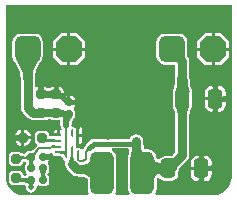
<source format=gbr>
%TF.GenerationSoftware,Altium Limited,Altium Designer,23.9.2 (47)*%
G04 Layer_Physical_Order=1*
G04 Layer_Color=255*
%FSLAX45Y45*%
%MOMM*%
%TF.SameCoordinates,14EE52A8-4136-4093-BC95-9A2147CF655B*%
%TF.FilePolarity,Positive*%
%TF.FileFunction,Copper,L1,Top,Signal*%
%TF.Part,Single*%
G01*
G75*
%TA.AperFunction,SMDPad,CuDef*%
G04:AMPARAMS|DCode=10|XSize=0.2mm|YSize=0.65mm|CornerRadius=0.05mm|HoleSize=0mm|Usage=FLASHONLY|Rotation=180.000|XOffset=0mm|YOffset=0mm|HoleType=Round|Shape=RoundedRectangle|*
%AMROUNDEDRECTD10*
21,1,0.20000,0.55000,0,0,180.0*
21,1,0.10000,0.65000,0,0,180.0*
1,1,0.10000,-0.05000,0.27500*
1,1,0.10000,0.05000,0.27500*
1,1,0.10000,0.05000,-0.27500*
1,1,0.10000,-0.05000,-0.27500*
%
%ADD10ROUNDEDRECTD10*%
G04:AMPARAMS|DCode=11|XSize=0.2mm|YSize=1mm|CornerRadius=0.05mm|HoleSize=0mm|Usage=FLASHONLY|Rotation=180.000|XOffset=0mm|YOffset=0mm|HoleType=Round|Shape=RoundedRectangle|*
%AMROUNDEDRECTD11*
21,1,0.20000,0.90000,0,0,180.0*
21,1,0.10000,1.00000,0,0,180.0*
1,1,0.10000,-0.05000,0.45000*
1,1,0.10000,0.05000,0.45000*
1,1,0.10000,0.05000,-0.45000*
1,1,0.10000,-0.05000,-0.45000*
%
%ADD11ROUNDEDRECTD11*%
G04:AMPARAMS|DCode=12|XSize=0.22mm|YSize=0.55mm|CornerRadius=0.055mm|HoleSize=0mm|Usage=FLASHONLY|Rotation=90.000|XOffset=0mm|YOffset=0mm|HoleType=Round|Shape=RoundedRectangle|*
%AMROUNDEDRECTD12*
21,1,0.22000,0.44000,0,0,90.0*
21,1,0.11000,0.55000,0,0,90.0*
1,1,0.11000,0.22000,0.05500*
1,1,0.11000,0.22000,-0.05500*
1,1,0.11000,-0.22000,-0.05500*
1,1,0.11000,-0.22000,0.05500*
%
%ADD12ROUNDEDRECTD12*%
G04:AMPARAMS|DCode=13|XSize=0.6mm|YSize=0.6mm|CornerRadius=0.15mm|HoleSize=0mm|Usage=FLASHONLY|Rotation=90.000|XOffset=0mm|YOffset=0mm|HoleType=Round|Shape=RoundedRectangle|*
%AMROUNDEDRECTD13*
21,1,0.60000,0.30000,0,0,90.0*
21,1,0.30000,0.60000,0,0,90.0*
1,1,0.30000,0.15000,0.15000*
1,1,0.30000,0.15000,-0.15000*
1,1,0.30000,-0.15000,-0.15000*
1,1,0.30000,-0.15000,0.15000*
%
%ADD13ROUNDEDRECTD13*%
G04:AMPARAMS|DCode=14|XSize=3.6mm|YSize=2mm|CornerRadius=0.5mm|HoleSize=0mm|Usage=FLASHONLY|Rotation=90.000|XOffset=0mm|YOffset=0mm|HoleType=Round|Shape=RoundedRectangle|*
%AMROUNDEDRECTD14*
21,1,3.60000,1.00000,0,0,90.0*
21,1,2.60000,2.00000,0,0,90.0*
1,1,1.00000,0.50000,1.30000*
1,1,1.00000,0.50000,-1.30000*
1,1,1.00000,-0.50000,-1.30000*
1,1,1.00000,-0.50000,1.30000*
%
%ADD14ROUNDEDRECTD14*%
G04:AMPARAMS|DCode=15|XSize=0.8mm|YSize=0.8mm|CornerRadius=0.2mm|HoleSize=0mm|Usage=FLASHONLY|Rotation=90.000|XOffset=0mm|YOffset=0mm|HoleType=Round|Shape=RoundedRectangle|*
%AMROUNDEDRECTD15*
21,1,0.80000,0.40000,0,0,90.0*
21,1,0.40000,0.80000,0,0,90.0*
1,1,0.40000,0.20000,0.20000*
1,1,0.40000,0.20000,-0.20000*
1,1,0.40000,-0.20000,-0.20000*
1,1,0.40000,-0.20000,0.20000*
%
%ADD15ROUNDEDRECTD15*%
G04:AMPARAMS|DCode=16|XSize=1.65mm|YSize=1.25mm|CornerRadius=0.3125mm|HoleSize=0mm|Usage=FLASHONLY|Rotation=270.000|XOffset=0mm|YOffset=0mm|HoleType=Round|Shape=RoundedRectangle|*
%AMROUNDEDRECTD16*
21,1,1.65000,0.62500,0,0,270.0*
21,1,1.02500,1.25000,0,0,270.0*
1,1,0.62500,-0.31250,-0.51250*
1,1,0.62500,-0.31250,0.51250*
1,1,0.62500,0.31250,0.51250*
1,1,0.62500,0.31250,-0.51250*
%
%ADD16ROUNDEDRECTD16*%
G04:AMPARAMS|DCode=17|XSize=0.8mm|YSize=0.8mm|CornerRadius=0.2mm|HoleSize=0mm|Usage=FLASHONLY|Rotation=0.000|XOffset=0mm|YOffset=0mm|HoleType=Round|Shape=RoundedRectangle|*
%AMROUNDEDRECTD17*
21,1,0.80000,0.40000,0,0,0.0*
21,1,0.40000,0.80000,0,0,0.0*
1,1,0.40000,0.20000,-0.20000*
1,1,0.40000,-0.20000,-0.20000*
1,1,0.40000,-0.20000,0.20000*
1,1,0.40000,0.20000,0.20000*
%
%ADD17ROUNDEDRECTD17*%
G04:AMPARAMS|DCode=18|XSize=0.6mm|YSize=0.6mm|CornerRadius=0.15mm|HoleSize=0mm|Usage=FLASHONLY|Rotation=0.000|XOffset=0mm|YOffset=0mm|HoleType=Round|Shape=RoundedRectangle|*
%AMROUNDEDRECTD18*
21,1,0.60000,0.30000,0,0,0.0*
21,1,0.30000,0.60000,0,0,0.0*
1,1,0.30000,0.15000,-0.15000*
1,1,0.30000,-0.15000,-0.15000*
1,1,0.30000,-0.15000,0.15000*
1,1,0.30000,0.15000,0.15000*
%
%ADD18ROUNDEDRECTD18*%
%TA.AperFunction,Conductor*%
%ADD19C,0.40000*%
%ADD20C,0.75000*%
%ADD21C,0.50000*%
%ADD22C,0.30000*%
%ADD23C,0.20000*%
%ADD24C,0.60000*%
%TA.AperFunction,ComponentPad*%
G04:AMPARAMS|DCode=25|XSize=2.2mm|YSize=2.2mm|CornerRadius=0mm|HoleSize=0mm|Usage=FLASHONLY|Rotation=180.000|XOffset=0mm|YOffset=0mm|HoleType=Round|Shape=Octagon|*
%AMOCTAGOND25*
4,1,8,-1.10000,0.55000,-1.10000,-0.55000,-0.55000,-1.10000,0.55000,-1.10000,1.10000,-0.55000,1.10000,0.55000,0.55000,1.10000,-0.55000,1.10000,-1.10000,0.55000,0.0*
%
%ADD25OCTAGOND25*%

G04:AMPARAMS|DCode=26|XSize=2.2mm|YSize=2.2mm|CornerRadius=0.55mm|HoleSize=0mm|Usage=FLASHONLY|Rotation=180.000|XOffset=0mm|YOffset=0mm|HoleType=Round|Shape=RoundedRectangle|*
%AMROUNDEDRECTD26*
21,1,2.20000,1.10000,0,0,180.0*
21,1,1.10000,2.20000,0,0,180.0*
1,1,1.10000,-0.55000,0.55000*
1,1,1.10000,0.55000,0.55000*
1,1,1.10000,0.55000,-0.55000*
1,1,1.10000,-0.55000,-0.55000*
%
%ADD26ROUNDEDRECTD26*%
%TA.AperFunction,ViaPad*%
%ADD27C,0.50000*%
G36*
X320373Y1180329D02*
X309276Y1163092D01*
X299485Y1145706D01*
X290998Y1128171D01*
X283818Y1110487D01*
X277943Y1092654D01*
X273374Y1074672D01*
X270110Y1056541D01*
X268152Y1038262D01*
X267499Y1019833D01*
X192499D01*
X191846Y1038262D01*
X189888Y1056541D01*
X186624Y1074672D01*
X182055Y1092654D01*
X176180Y1110487D01*
X169000Y1128171D01*
X160514Y1145706D01*
X150722Y1163092D01*
X139625Y1180329D01*
X127223Y1197416D01*
X332775D01*
X320373Y1180329D01*
D02*
G37*
G36*
X1577739Y1069286D02*
X1583475Y991254D01*
X1586104Y974592D01*
X1592795Y944683D01*
X1596858Y931437D01*
X1601399Y919328D01*
X1478601D01*
X1483142Y931437D01*
X1487205Y944683D01*
X1490789Y959069D01*
X1496525Y991254D01*
X1498676Y1009055D01*
X1502261Y1069286D01*
X1502500Y1091639D01*
X1577500D01*
X1577739Y1069286D01*
D02*
G37*
G36*
X442315Y770406D02*
X452864Y770085D01*
X470000Y770000D01*
Y710000D01*
X452864Y709914D01*
X442315Y709301D01*
Y701447D01*
X438988Y703072D01*
X434127Y704526D01*
X427731Y705809D01*
X419801Y706921D01*
X412247Y707552D01*
X382269Y705809D01*
X375873Y704526D01*
X371012Y703072D01*
X367685Y701447D01*
Y709594D01*
X357136Y709914D01*
X340000Y710000D01*
Y770000D01*
X357136Y770085D01*
X367685Y770699D01*
Y778552D01*
X371012Y776927D01*
X375873Y775473D01*
X382269Y774190D01*
X390199Y773079D01*
X397753Y772447D01*
X427731Y774190D01*
X434127Y775473D01*
X438988Y776927D01*
X442315Y778552D01*
Y770406D01*
D02*
G37*
G36*
X1594332Y787138D02*
X1590799Y779952D01*
X1587682Y771587D01*
X1584981Y762042D01*
X1582695Y751318D01*
X1580825Y739413D01*
X1578331Y712066D01*
X1577500Y680000D01*
X1502500D01*
X1502292Y696623D01*
X1499175Y739413D01*
X1497305Y751318D01*
X1495019Y762042D01*
X1492318Y771587D01*
X1489200Y779952D01*
X1485668Y787138D01*
X1481719Y793144D01*
X1598281D01*
X1594332Y787138D01*
D02*
G37*
G36*
X503976Y774673D02*
X510628Y771203D01*
X517643Y768141D01*
X525018Y765487D01*
X532755Y763241D01*
X540854Y761404D01*
X549314Y759975D01*
X567318Y758342D01*
X576863Y758137D01*
Y709883D01*
X605595Y704406D01*
X600579Y700494D01*
X596091Y695817D01*
X592132Y690373D01*
X588700Y684162D01*
X585796Y677186D01*
X583420Y669442D01*
X581572Y660932D01*
X580252Y651656D01*
X579460Y641613D01*
X579196Y630804D01*
X529197D01*
X529405Y665643D01*
X531918Y706206D01*
X509016Y704859D01*
X504056Y703856D01*
X500279Y702718D01*
X497685Y701447D01*
Y707850D01*
X490639Y708068D01*
X476862Y708138D01*
Y758137D01*
X497685Y758315D01*
Y778552D01*
X503976Y774673D01*
D02*
G37*
G36*
X565082Y595000D02*
X544918D01*
X545000Y630000D01*
X565000D01*
X565082Y595000D01*
D02*
G37*
G36*
X389180Y531200D02*
X389612Y527800D01*
X391072Y524800D01*
X393560Y522200D01*
X397076Y520000D01*
X401621Y518200D01*
X407194Y516800D01*
X413795Y515800D01*
X421424Y515200D01*
X426198Y515090D01*
X465500Y516123D01*
Y493877D01*
X464585Y494090D01*
X462924Y494281D01*
X457365Y494596D01*
X422849Y495000D01*
X415348Y494965D01*
X381199Y492727D01*
X379095Y492123D01*
X377685Y491448D01*
X389776Y535000D01*
X389180Y531200D01*
D02*
G37*
G36*
X565000Y464802D02*
X545000D01*
X544918Y505001D01*
X565082D01*
X565000Y464802D01*
D02*
G37*
G36*
X465500Y443877D02*
X464707Y444090D01*
X463413Y444281D01*
X461617Y444450D01*
X449416Y444899D01*
X435000Y445000D01*
Y465000D01*
X465500Y466123D01*
Y443877D01*
D02*
G37*
G36*
X565082Y420000D02*
X546319D01*
X546199Y415071D01*
X552211Y415000D01*
Y395000D01*
X545706Y394829D01*
X545223Y375000D01*
X544907Y378800D01*
X543767Y382200D01*
X541800Y385200D01*
X539008Y387800D01*
X535390Y390000D01*
X530947Y391800D01*
X525678Y393200D01*
X519888Y394150D01*
X509500Y393877D01*
Y394882D01*
X504918Y395000D01*
Y415000D01*
X509500Y415055D01*
Y416123D01*
X510415Y415910D01*
X512076Y415719D01*
X517000Y415440D01*
X529762Y416375D01*
X534255Y417149D01*
X538060Y418094D01*
X541178Y419211D01*
X543608Y420500D01*
X544921Y421601D01*
X545000Y460198D01*
X565000D01*
X565082Y420000D01*
D02*
G37*
G36*
X752390Y420143D02*
X750479Y419771D01*
X748429Y419100D01*
X746242Y418128D01*
X743916Y416856D01*
X741453Y415285D01*
X738853Y413414D01*
X733238Y408771D01*
X730223Y406000D01*
X727071Y402929D01*
X712929Y417071D01*
X716000Y420223D01*
X723414Y428853D01*
X725285Y431453D01*
X726857Y433916D01*
X728128Y436241D01*
X729100Y438429D01*
X729771Y440478D01*
X730143Y442390D01*
X752390Y420143D01*
D02*
G37*
G36*
X318128Y413985D02*
X310204Y405782D01*
X297743Y391083D01*
X293205Y384586D01*
X289796Y378659D01*
X287515Y373300D01*
X286363Y368511D01*
X286340Y364291D01*
X287445Y360639D01*
X289678Y357557D01*
X247557Y399678D01*
X250639Y397444D01*
X254291Y396339D01*
X258511Y396363D01*
X263300Y397515D01*
X268659Y399796D01*
X274586Y403205D01*
X281083Y407743D01*
X288148Y413409D01*
X303986Y428128D01*
X318128Y413985D01*
D02*
G37*
G36*
X1187799Y481197D02*
X1190191Y450134D01*
X1192285Y437875D01*
X1194977Y427796D01*
X1198266Y419900D01*
X1202154Y414184D01*
X1206640Y410649D01*
X1211725Y409296D01*
X1217407Y410124D01*
X1101584Y372973D01*
X1103658Y378987D01*
X1105513Y386487D01*
X1107151Y395474D01*
X1109771Y417906D01*
X1111517Y446285D01*
X1112500Y500000D01*
X1187500D01*
X1187799Y481197D01*
D02*
G37*
G36*
X237944Y349266D02*
X288843D01*
X285263Y343698D01*
X279233Y332990D01*
X276784Y327850D01*
X273745Y319909D01*
X274711Y317146D01*
X276784Y312149D01*
X282059Y301728D01*
X285263Y296302D01*
X288843Y290734D01*
X231158D01*
X234738Y296302D01*
X240767Y307010D01*
X243217Y312149D01*
X246255Y320091D01*
X245290Y322854D01*
X243217Y327850D01*
X237941Y338272D01*
X234820Y343558D01*
X233102Y344341D01*
X229365Y345667D01*
X225194Y346817D01*
X220586Y347789D01*
X210064Y349204D01*
X204149Y349646D01*
X200863Y349735D01*
X194254Y349203D01*
X187797Y348205D01*
X182310Y346810D01*
X177795Y345015D01*
X174251Y342822D01*
X171677Y340229D01*
X170075Y337238D01*
X169443Y333848D01*
X169782Y330060D01*
X157685Y388552D01*
X163207Y385027D01*
X174062Y379091D01*
X179395Y376679D01*
X184666Y374638D01*
X189875Y372969D01*
X195020Y371670D01*
X200103Y370742D01*
X202253Y370504D01*
X205924Y370798D01*
X212443Y371795D01*
X218006Y373191D01*
X222613Y374985D01*
X226265Y377179D01*
X228960Y379771D01*
X230700Y382762D01*
X231483Y386152D01*
X231311Y389941D01*
X237944Y349266D01*
D02*
G37*
G36*
X1566517Y353483D02*
X1548541Y335176D01*
X1497839Y276510D01*
X1490463Y265484D01*
X1485206Y255915D01*
X1482070Y247802D01*
X1481054Y241145D01*
X1482157Y235944D01*
X1425944Y352157D01*
X1428766Y348675D01*
X1432907Y347175D01*
X1438365Y347657D01*
X1445142Y350120D01*
X1453237Y354565D01*
X1462650Y360992D01*
X1473381Y369401D01*
X1498798Y392163D01*
X1513483Y406517D01*
X1566517Y353483D01*
D02*
G37*
G36*
X615174Y398268D02*
X617785Y368127D01*
X619352Y359766D01*
X621266Y352246D01*
X623529Y345570D01*
X626140Y339736D01*
X629099Y334745D01*
X632406Y330596D01*
X615012D01*
X615000Y324802D01*
X595000D01*
X594988Y330596D01*
X577594D01*
X580901Y334745D01*
X583860Y339736D01*
X586471Y345570D01*
X588734Y352246D01*
X590649Y359766D01*
X592215Y368127D01*
X593434Y377331D01*
X594826Y398268D01*
X595000Y410000D01*
X615000D01*
X615174Y398268D01*
D02*
G37*
G36*
X1301021Y349950D02*
X1304626Y341040D01*
X1310635Y333179D01*
X1319048Y326367D01*
X1329864Y320602D01*
X1340862Y316678D01*
X1349707Y320268D01*
X1357182Y324879D01*
X1362522Y330199D01*
X1365726Y336229D01*
X1366794Y342968D01*
Y311041D01*
X1376735Y309596D01*
X1397166Y308024D01*
X1420000Y307500D01*
Y232500D01*
X1397166Y231976D01*
X1376735Y230404D01*
X1366794Y228959D01*
Y197032D01*
X1365726Y203771D01*
X1362522Y209800D01*
X1357182Y215121D01*
X1349707Y219732D01*
X1340862Y223322D01*
X1329864Y219398D01*
X1319048Y213633D01*
X1310635Y206821D01*
X1304626Y198959D01*
X1301021Y190050D01*
X1299819Y180093D01*
Y230929D01*
X1298445Y231081D01*
X1260000Y232500D01*
Y307500D01*
X1280291Y307855D01*
X1299819Y309476D01*
Y359907D01*
X1301021Y349950D01*
D02*
G37*
G36*
X385262Y243698D02*
X379233Y232990D01*
X376783Y227850D01*
X373745Y219909D01*
X374711Y217146D01*
X376783Y212149D01*
X382059Y201728D01*
X385262Y196302D01*
X388843Y190734D01*
X331158D01*
X334738Y196302D01*
X340767Y207010D01*
X343217Y212149D01*
X346255Y220090D01*
X345289Y222854D01*
X343217Y227850D01*
X337941Y238272D01*
X334738Y243698D01*
X331158Y249266D01*
X388843D01*
X385262Y243698D01*
D02*
G37*
G36*
X760181Y177853D02*
X759069Y186534D01*
X755732Y194301D01*
X750171Y201154D01*
X742385Y207093D01*
X732375Y212119D01*
X720141Y216231D01*
X705682Y219429D01*
X688999Y221713D01*
X670091Y223084D01*
X648959Y223541D01*
Y298541D01*
X670091Y298998D01*
X705682Y302653D01*
X720141Y305851D01*
X732375Y309963D01*
X742385Y314988D01*
X750171Y320928D01*
X755732Y327781D01*
X759069Y335548D01*
X760181Y344228D01*
Y177853D01*
D02*
G37*
G36*
X1956056Y200000D02*
X1956164Y199453D01*
X1950913Y159563D01*
X1935305Y121882D01*
X1910476Y89524D01*
X1878118Y64695D01*
X1840437Y49087D01*
X1800547Y43836D01*
X1800000Y43944D01*
X1314773D01*
X1306756Y58944D01*
X1315938Y72687D01*
X1321371Y100000D01*
Y177997D01*
X1322168Y184598D01*
X1323598Y188132D01*
X1326266Y191622D01*
X1327555Y192666D01*
X1344953Y192049D01*
X1350891Y183162D01*
X1351487Y181725D01*
X1352612Y181258D01*
X1353276Y180815D01*
X1354071Y179517D01*
X1355861Y179088D01*
X1368753Y170474D01*
X1388750Y166496D01*
X1451250D01*
X1471247Y170474D01*
X1488199Y181801D01*
X1499526Y198753D01*
X1503504Y218750D01*
Y243209D01*
X1504877Y246762D01*
X1508981Y254233D01*
X1515090Y263365D01*
X1564470Y320501D01*
X1581963Y338317D01*
X1582971Y340813D01*
X1594164Y357565D01*
X1598626Y380000D01*
Y650000D01*
Y678284D01*
X1599141Y679439D01*
X1599954Y710799D01*
X1602320Y736750D01*
X1603989Y747378D01*
X1606005Y756833D01*
X1608273Y764848D01*
X1610706Y771376D01*
X1613164Y776376D01*
X1616370Y781253D01*
X1617113Y785141D01*
X1619526Y788753D01*
X1623504Y808750D01*
Y911250D01*
X1622270Y917454D01*
X1623047Y919328D01*
X1621534Y922980D01*
X1621668Y926929D01*
X1617360Y938416D01*
X1613738Y950228D01*
X1607379Y978649D01*
X1604998Y993739D01*
X1599378Y1070198D01*
X1599147Y1091871D01*
X1598626Y1093090D01*
Y1180529D01*
X1594164Y1202964D01*
X1581455Y1221984D01*
X1580967Y1222473D01*
X1581469Y1225000D01*
Y1335000D01*
X1575648Y1364263D01*
X1559072Y1389072D01*
X1534263Y1405648D01*
X1505000Y1411469D01*
X1395000D01*
X1365736Y1405648D01*
X1340928Y1389072D01*
X1324351Y1364263D01*
X1318531Y1335000D01*
Y1225000D01*
X1324351Y1195736D01*
X1340928Y1170928D01*
X1365736Y1154352D01*
X1395000Y1148531D01*
X1481373D01*
Y1093090D01*
X1480853Y1091871D01*
X1480620Y1070043D01*
X1477106Y1011002D01*
X1475106Y994452D01*
X1469606Y963590D01*
X1466339Y950478D01*
X1462639Y938416D01*
X1458332Y926929D01*
X1458466Y922980D01*
X1456953Y919328D01*
X1457730Y917454D01*
X1456496Y911250D01*
Y808750D01*
X1460474Y788753D01*
X1462887Y785142D01*
X1463630Y781253D01*
X1466836Y776376D01*
X1469294Y771376D01*
X1471727Y764848D01*
X1473995Y756833D01*
X1476011Y747378D01*
X1477650Y736945D01*
X1480654Y695698D01*
X1480854Y679729D01*
X1481373Y678518D01*
Y650000D01*
Y405618D01*
X1459466Y385999D01*
X1449858Y378471D01*
X1442584Y373504D01*
X1428534D01*
X1428196Y373688D01*
X1427577Y373504D01*
X1388750D01*
X1368753Y369526D01*
X1355861Y360912D01*
X1354071Y360483D01*
X1353276Y359185D01*
X1352612Y358741D01*
X1351487Y358275D01*
X1350891Y356838D01*
X1344953Y347951D01*
X1327555Y347334D01*
X1326266Y348378D01*
X1323598Y351868D01*
X1322168Y355402D01*
X1321311Y362501D01*
X1320635Y363702D01*
X1315938Y387313D01*
X1300467Y410467D01*
X1277313Y425938D01*
X1250000Y431371D01*
X1216939D01*
X1215517Y434783D01*
X1213457Y442499D01*
X1211699Y452794D01*
X1209433Y482201D01*
X1209145Y500344D01*
X1208059Y502852D01*
X1204164Y522435D01*
X1191455Y541455D01*
X1172435Y554164D01*
X1150000Y558627D01*
X1127565Y554164D01*
X1108545Y541455D01*
X1095836Y522435D01*
X1095508Y520784D01*
X790000D01*
X774393Y517679D01*
X761162Y508839D01*
X761162Y508838D01*
X721162Y468838D01*
X712321Y455607D01*
X711210Y450022D01*
X709875Y448005D01*
X709200Y447219D01*
X709048Y446757D01*
X708894Y446524D01*
X708805Y446066D01*
X708707Y445845D01*
X708214Y444944D01*
X707360Y443606D01*
X706386Y442252D01*
X700021Y434844D01*
X698120Y432893D01*
X693975Y432000D01*
X682258Y432713D01*
X681314Y433100D01*
X678024Y438024D01*
X669755Y443550D01*
X660000Y445490D01*
X650000D01*
X641703Y450928D01*
X639507Y461864D01*
X642300Y465095D01*
Y550000D01*
Y609245D01*
X642199Y609661D01*
X641341Y612058D01*
X640369Y614173D01*
X639283Y616007D01*
X642300Y615391D01*
Y624464D01*
X638139Y623637D01*
X628083Y616917D01*
X626266Y614199D01*
X619754Y618550D01*
X612323Y620028D01*
X607903Y623971D01*
X600965Y635490D01*
X601088Y640500D01*
X601780Y649277D01*
X602894Y657105D01*
X604382Y663960D01*
X606185Y669835D01*
X608226Y674739D01*
X610429Y678726D01*
X612732Y681893D01*
X615121Y684382D01*
X618906Y687334D01*
X620576Y690278D01*
X627969Y701344D01*
X630686Y715000D01*
Y745000D01*
X627969Y758656D01*
X621910Y767725D01*
X620234Y770234D01*
X623977Y785773D01*
X624127Y785873D01*
X633056Y799237D01*
X635193Y809982D01*
X633806Y809977D01*
X608705Y808500D01*
X607727Y808102D01*
X607401Y807657D01*
Y817300D01*
X580000D01*
Y830000D01*
X567300D01*
Y832434D01*
X551158Y809266D01*
X550200Y812369D01*
X548448Y816041D01*
X545903Y820280D01*
X542564Y825087D01*
X533504Y836405D01*
X521269Y849996D01*
X505858Y865858D01*
X527301Y887300D01*
X470000D01*
Y875000D01*
X454211Y874864D01*
X442315Y874103D01*
Y861448D01*
X437641Y864023D01*
X431732Y866326D01*
X424588Y868359D01*
X416209Y870121D01*
X406596Y871612D01*
X405307Y871734D01*
X403405Y871612D01*
X393791Y870121D01*
X385412Y868359D01*
X378268Y866326D01*
X372359Y864023D01*
X367685Y861448D01*
Y874402D01*
X355789Y874864D01*
X340000Y875000D01*
Y900000D01*
X327300D01*
Y939297D01*
X317620D01*
X318072Y939604D01*
X318477Y940525D01*
X318834Y942060D01*
X319143Y944209D01*
X319619Y950350D01*
X319928Y966275D01*
X303626Y963032D01*
X299823Y963563D01*
X288626Y969548D01*
Y1017953D01*
X289134Y1019066D01*
X289759Y1036725D01*
X291553Y1053466D01*
X294543Y1070082D01*
X298740Y1086597D01*
X304151Y1103021D01*
X310791Y1119374D01*
X318676Y1135668D01*
X327824Y1151911D01*
X338247Y1168101D01*
X350295Y1184700D01*
X351425Y1189417D01*
X355647Y1195736D01*
X361468Y1225000D01*
Y1335000D01*
X355647Y1364263D01*
X339071Y1389072D01*
X314263Y1405648D01*
X284999Y1411469D01*
X174999D01*
X145736Y1405648D01*
X120927Y1389072D01*
X104351Y1364263D01*
X98530Y1335000D01*
Y1225000D01*
X104351Y1195736D01*
X108573Y1189417D01*
X109703Y1184701D01*
X121751Y1168101D01*
X132174Y1151911D01*
X141322Y1135668D01*
X149206Y1119377D01*
X155847Y1103021D01*
X161259Y1086594D01*
X165455Y1070082D01*
X168446Y1053466D01*
X170239Y1036725D01*
X170865Y1019066D01*
X171373Y1017953D01*
Y783934D01*
X175835Y761499D01*
X188544Y742479D01*
X232478Y698545D01*
X251498Y685836D01*
X273933Y681374D01*
X309155D01*
X320000Y679216D01*
X360000D01*
X366143Y680438D01*
X367685Y679800D01*
X372075Y681618D01*
X372527Y681708D01*
X377185Y681995D01*
X378916Y682841D01*
X381116Y683499D01*
X385040Y684286D01*
X411971Y685852D01*
X417395Y685399D01*
X424099Y684459D01*
X428884Y683499D01*
X431085Y682841D01*
X432815Y681996D01*
X437472Y681708D01*
X437925Y681618D01*
X442315Y679800D01*
X443857Y680438D01*
X450000Y679216D01*
X490000D01*
X493315Y679876D01*
X498078Y678429D01*
X499836Y677258D01*
X507287Y668456D01*
X507800Y667015D01*
X507798Y666982D01*
X508009Y666369D01*
X507757Y665772D01*
X507549Y630933D01*
X507576Y630868D01*
X507549Y630804D01*
X509023Y627245D01*
X511807Y613246D01*
X516743Y605859D01*
X511480Y595793D01*
X507959Y592006D01*
X500200D01*
Y555000D01*
X487500D01*
Y542300D01*
X424262D01*
X422605Y540786D01*
X416673Y542191D01*
X410784Y546291D01*
Y550000D01*
X407679Y565607D01*
X398839Y578839D01*
X385608Y587679D01*
X370000Y590784D01*
X330000D01*
X314393Y587679D01*
X301162Y578839D01*
X292321Y565607D01*
X289217Y550000D01*
Y510000D01*
X292321Y494393D01*
X301162Y481162D01*
X305884Y478007D01*
X307335Y468448D01*
X306503Y459761D01*
X291603Y444861D01*
X289249Y443985D01*
X273987Y429802D01*
X268100Y425080D01*
X262970Y421497D01*
X261560Y420686D01*
X249102D01*
X247557Y421326D01*
X246011Y420686D01*
X245690D01*
X244144Y421055D01*
X242845Y420257D01*
X231344Y417969D01*
X219767Y410234D01*
X216250Y404970D01*
X215323Y404536D01*
X214870Y403285D01*
X213739Y402584D01*
X213241Y400467D01*
X212031Y398657D01*
X196981Y393502D01*
X195832Y393792D01*
X191884Y395057D01*
X187774Y396649D01*
X183728Y398478D01*
X174237Y403669D01*
X169333Y406799D01*
X166054Y407381D01*
X165607Y407679D01*
X150000Y410784D01*
X110000D01*
X94393Y407679D01*
X81162Y398838D01*
X72321Y385607D01*
X69217Y370000D01*
Y330000D01*
X72321Y314393D01*
X81162Y301162D01*
X94393Y292321D01*
X110000Y289217D01*
X150000D01*
X165607Y292321D01*
X178839Y301162D01*
X187679Y314393D01*
X190077Y326448D01*
X192128Y326970D01*
X196776Y327688D01*
X201443Y328063D01*
X203050Y328020D01*
X207812Y327664D01*
X210423Y327313D01*
X213121Y324808D01*
X218046Y314871D01*
X218390Y311391D01*
X216186Y307477D01*
X212949Y302441D01*
X212352Y299136D01*
X212031Y298656D01*
X211329Y295124D01*
X209510Y290734D01*
X210148Y289192D01*
X209315Y285000D01*
Y255000D01*
X212031Y241344D01*
X219710Y229851D01*
X219768Y229761D01*
X220968Y226229D01*
X221135Y221672D01*
X218363Y212664D01*
X217456Y212324D01*
X212752Y210934D01*
X207332Y209692D01*
X204119Y209137D01*
X190399Y213688D01*
X189584Y216032D01*
X187679Y225607D01*
X186508Y227360D01*
X186503Y227382D01*
X186486Y227393D01*
X178839Y238838D01*
X165607Y247679D01*
X150000Y250783D01*
X110000D01*
X94393Y247679D01*
X81162Y238838D01*
X72321Y225607D01*
X69217Y210000D01*
Y170000D01*
X72321Y154393D01*
X81162Y141162D01*
X94393Y132321D01*
X110000Y129216D01*
X150000D01*
X156778Y130565D01*
X158861Y129832D01*
X196238Y131864D01*
X201432Y131328D01*
X203252Y131013D01*
X215707Y117988D01*
X214118Y110000D01*
X217611Y92442D01*
X227557Y77557D01*
X242442Y67611D01*
X260000Y64118D01*
X277558Y67611D01*
X292443Y77557D01*
X302389Y92442D01*
X305882Y110000D01*
X304711Y115883D01*
X308530Y120607D01*
X319767Y129766D01*
X331344Y122031D01*
X345000Y119314D01*
X375000D01*
X388656Y122031D01*
X400234Y129766D01*
X407969Y141344D01*
X410686Y155000D01*
Y185000D01*
X409852Y189192D01*
X410490Y190734D01*
X408672Y195124D01*
X407969Y198656D01*
X407648Y199136D01*
X407052Y202441D01*
X403692Y207666D01*
X401057Y212129D01*
X397047Y220051D01*
X398458Y223011D01*
X403814Y232523D01*
X407052Y237559D01*
X407649Y240864D01*
X407969Y241344D01*
X408672Y244876D01*
X410490Y249266D01*
X409852Y250808D01*
X410686Y255000D01*
Y285000D01*
X407969Y298656D01*
X401910Y307725D01*
X400234Y310234D01*
X403977Y325773D01*
X404127Y325873D01*
X413056Y339237D01*
X415193Y349982D01*
X413806Y349977D01*
X388704Y348500D01*
X387726Y348102D01*
X387400Y347657D01*
Y357300D01*
X360000D01*
Y382700D01*
X387400D01*
Y392343D01*
X387726Y391898D01*
X388704Y391500D01*
X390334Y391148D01*
X392616Y390844D01*
X399136Y390375D01*
X415180Y390087D01*
X414319Y394412D01*
X415831Y398404D01*
X425980Y402560D01*
X440614Y393903D01*
X441480Y389551D01*
X447116Y381116D01*
X455551Y375480D01*
X465500Y373501D01*
X504042D01*
X504360Y373359D01*
X506931Y373293D01*
X509500Y372229D01*
X509783Y372346D01*
X510069Y372236D01*
X524511Y365000D01*
X526451Y355246D01*
X531976Y346976D01*
X540246Y341451D01*
X541936Y341115D01*
X550188Y328432D01*
X550254Y324511D01*
X546374Y305000D01*
X550836Y282565D01*
X563545Y263545D01*
X607504Y219586D01*
X626524Y206877D01*
X645961Y203011D01*
X648491Y201898D01*
X669073Y201453D01*
X686747Y200172D01*
X701870Y198101D01*
X714337Y195344D01*
X724030Y192086D01*
X730864Y188655D01*
X734988Y185508D01*
X737028Y182994D01*
X737982Y180776D01*
X738629Y175725D01*
Y100000D01*
X744062Y72687D01*
X753244Y58944D01*
X745227Y43944D01*
X200000D01*
X199453Y43836D01*
X159563Y49087D01*
X121882Y64695D01*
X89524Y89524D01*
X64695Y121882D01*
X49087Y159563D01*
X43836Y199453D01*
X43944Y200000D01*
Y1656056D01*
X1956056D01*
Y200000D01*
D02*
G37*
G36*
X168458Y209252D02*
X169564Y204162D01*
X172105Y199671D01*
X176082Y195778D01*
X181493Y192485D01*
X188340Y189790D01*
X196622Y187695D01*
X201370Y186963D01*
X204393Y187215D01*
X211596Y188460D01*
X218243Y189983D01*
X224333Y191783D01*
X229867Y193859D01*
X234845Y196212D01*
X239266Y198842D01*
Y142599D01*
X244724D01*
X244975Y150283D01*
X245000Y155000D01*
X275000Y155000D01*
X275025Y150283D01*
X275512Y142599D01*
X282343D01*
X280948Y142274D01*
X279700Y141295D01*
X278598Y139665D01*
X277644Y137384D01*
X276836Y134450D01*
X276245Y131242D01*
X276600Y129723D01*
X277025Y128566D01*
X277500Y127853D01*
X275810D01*
X275661Y126626D01*
X275074Y116194D01*
X275000Y110000D01*
X245000D01*
X244927Y116194D01*
X244051Y127854D01*
X242500D01*
X242975Y128566D01*
X243400Y129724D01*
X243756Y131242D01*
X243164Y134450D01*
X242357Y137384D01*
X241402Y139665D01*
X240301Y141295D01*
X239266Y142106D01*
Y141157D01*
X234845Y143788D01*
X229867Y146141D01*
X224333Y148217D01*
X218243Y150017D01*
X211596Y151539D01*
X204393Y152785D01*
X196767Y153573D01*
X157685Y151448D01*
X168788Y214940D01*
X168458Y209252D01*
D02*
G37*
G36*
X1088721Y428289D02*
X1088200Y419830D01*
X1085729Y398671D01*
X1084337Y391032D01*
X1082877Y385129D01*
X1081118Y380030D01*
X1081468Y374275D01*
X1078629Y360000D01*
Y100000D01*
X1084061Y72687D01*
X1093244Y58944D01*
X1085226Y43944D01*
X974774D01*
X966756Y58944D01*
X975939Y72687D01*
X981371Y100000D01*
Y360000D01*
X975939Y387313D01*
X960467Y410467D01*
X939889Y424217D01*
X941258Y436267D01*
X942384Y439217D01*
X1078445D01*
X1088721Y428289D01*
D02*
G37*
%LPC*%
G36*
X1867700Y1415400D02*
X1812700D01*
Y1292700D01*
X1935400D01*
Y1347700D01*
X1867700Y1415400D01*
D02*
G37*
G36*
X647699D02*
X592699D01*
Y1292700D01*
X715399D01*
Y1347700D01*
X647699Y1415400D01*
D02*
G37*
G36*
X1787300D02*
X1732300D01*
X1664600Y1347700D01*
Y1292700D01*
X1787300D01*
Y1415400D01*
D02*
G37*
G36*
X567299D02*
X512299D01*
X444599Y1347700D01*
Y1292700D01*
X567299D01*
Y1415400D01*
D02*
G37*
G36*
X1935400Y1267300D02*
X1812700D01*
Y1144600D01*
X1867700D01*
X1935400Y1212300D01*
Y1267300D01*
D02*
G37*
G36*
X1787300D02*
X1664600D01*
Y1212300D01*
X1732300Y1144600D01*
X1787300D01*
Y1267300D01*
D02*
G37*
G36*
X715399D02*
X592699D01*
Y1144600D01*
X647699D01*
X715399Y1212300D01*
Y1267300D01*
D02*
G37*
G36*
X567299D02*
X444599D01*
Y1212300D01*
X512299Y1144600D01*
X567299D01*
Y1267300D01*
D02*
G37*
G36*
X360015Y966286D02*
X360024Y964166D01*
X361523Y940525D01*
X361928Y939604D01*
X362380Y939297D01*
X352700D01*
Y925109D01*
X355789Y925136D01*
X367685Y925897D01*
Y938552D01*
X372359Y935977D01*
X378268Y933674D01*
X385412Y931641D01*
X393791Y929879D01*
X403405Y928388D01*
X404693Y928266D01*
X406596Y928388D01*
X416209Y929879D01*
X424588Y931641D01*
X431732Y933674D01*
X437641Y935977D01*
X442315Y938552D01*
Y925598D01*
X454211Y925136D01*
X457300Y925109D01*
Y939297D01*
X447620D01*
X448072Y939604D01*
X448477Y940525D01*
X448834Y942060D01*
X449143Y944209D01*
X449619Y950350D01*
X449928Y966275D01*
X432286Y962766D01*
X417268Y952732D01*
X414020Y947870D01*
X395980D01*
X392732Y952732D01*
X377714Y962766D01*
X360015Y966286D01*
D02*
G37*
G36*
X490015D02*
X490024Y964166D01*
X491523Y940525D01*
X491928Y939604D01*
X492380Y939297D01*
X482700D01*
Y912700D01*
X536290D01*
Y920000D01*
X532766Y937714D01*
X522732Y952732D01*
X507714Y962766D01*
X490015Y966286D01*
D02*
G37*
G36*
X1851250Y969010D02*
X1840023D01*
X1840653Y942157D01*
X1832700D01*
Y872700D01*
X1882157D01*
Y880654D01*
X1882436Y880529D01*
X1883271Y880418D01*
X1884663Y880320D01*
X1904710Y880007D01*
X1909010Y880001D01*
Y911250D01*
X1904613Y933354D01*
X1892092Y952092D01*
X1873354Y964613D01*
X1851250Y969010D01*
D02*
G37*
G36*
X1799999D02*
X1788750D01*
X1766646Y964613D01*
X1747908Y952092D01*
X1735387Y933354D01*
X1730990Y911250D01*
Y872700D01*
X1807300D01*
Y942157D01*
X1799346D01*
X1799471Y942436D01*
X1799582Y943271D01*
X1799680Y944663D01*
X1799993Y964710D01*
X1799999Y969010D01*
D02*
G37*
G36*
X543384Y887300D02*
X541128D01*
X542743Y885719D01*
X564028Y867085D01*
X567300Y864744D01*
Y886191D01*
X565000D01*
X551290Y883464D01*
X545964Y885430D01*
X543384Y887300D01*
D02*
G37*
G36*
X595000Y886191D02*
X592700D01*
Y842700D01*
X607400D01*
Y852343D01*
X607726Y851898D01*
X608704Y851500D01*
X610334Y851148D01*
X612616Y850844D01*
X619136Y850375D01*
X635180Y850087D01*
X633056Y860763D01*
X624127Y874127D01*
X610763Y883056D01*
X595000Y886191D01*
D02*
G37*
G36*
X1882157Y847300D02*
X1832700D01*
Y777843D01*
X1840653D01*
X1840529Y777564D01*
X1840418Y776729D01*
X1840320Y775337D01*
X1840006Y755290D01*
X1840001Y750990D01*
X1851250D01*
X1873354Y755387D01*
X1892092Y767908D01*
X1904613Y786646D01*
X1909010Y808750D01*
Y839977D01*
X1882157Y839347D01*
Y847300D01*
D02*
G37*
G36*
X1807300D02*
X1730990D01*
Y808750D01*
X1735387Y786646D01*
X1747908Y767908D01*
X1766646Y755387D01*
X1788750Y750990D01*
X1799977D01*
X1799346Y777843D01*
X1807300D01*
Y847300D01*
D02*
G37*
G36*
X474800Y592006D02*
X465500D01*
X453444Y589607D01*
X443223Y582778D01*
X436393Y572557D01*
X435427Y567700D01*
X474800D01*
Y592006D01*
D02*
G37*
G36*
X667700Y624464D02*
Y610207D01*
X673576Y609007D01*
X671947Y607724D01*
X670489Y606093D01*
X669202Y604113D01*
X668087Y601785D01*
X667700Y600686D01*
Y562700D01*
X690996D01*
Y595000D01*
X688636Y606862D01*
X681917Y616917D01*
X671862Y623637D01*
X667700Y624464D01*
D02*
G37*
G36*
X210000Y596290D02*
X202700D01*
Y542700D01*
X256290D01*
Y550000D01*
X252766Y567714D01*
X242732Y582732D01*
X227714Y592766D01*
X210000Y596290D01*
D02*
G37*
G36*
X177300D02*
X170000D01*
X152286Y592766D01*
X137268Y582732D01*
X127234Y567714D01*
X123714Y550015D01*
X125834Y550024D01*
X149475Y551523D01*
X150396Y551928D01*
X150703Y552380D01*
Y542700D01*
X177300D01*
Y596290D01*
D02*
G37*
G36*
Y517300D02*
X150703D01*
Y507621D01*
X150396Y508073D01*
X149475Y508477D01*
X147940Y508834D01*
X145791Y509144D01*
X139650Y509620D01*
X123725Y509928D01*
X127234Y492286D01*
X137268Y477269D01*
X152286Y467234D01*
X170000Y463711D01*
X177300D01*
Y517300D01*
D02*
G37*
G36*
X690996Y537300D02*
X667700D01*
Y475537D01*
X671862Y476364D01*
X681917Y483083D01*
X688636Y493139D01*
X690996Y505001D01*
Y537300D01*
D02*
G37*
G36*
X256290Y517300D02*
X202700D01*
Y463711D01*
X210000D01*
X227714Y467234D01*
X242732Y477269D01*
X252766Y492286D01*
X256290Y510000D01*
Y517300D01*
D02*
G37*
G36*
X1731250Y379010D02*
X1720023D01*
X1720653Y352157D01*
X1712700D01*
Y282700D01*
X1762157D01*
Y290653D01*
X1762436Y290529D01*
X1763271Y290418D01*
X1764663Y290320D01*
X1784710Y290007D01*
X1789010Y290001D01*
Y321250D01*
X1784613Y343354D01*
X1772092Y362092D01*
X1753354Y374613D01*
X1731250Y379010D01*
D02*
G37*
G36*
X1679999D02*
X1668750D01*
X1646646Y374613D01*
X1627908Y362092D01*
X1615387Y343354D01*
X1610990Y321250D01*
Y282700D01*
X1687300D01*
Y352157D01*
X1679346D01*
X1679471Y352436D01*
X1679582Y353271D01*
X1679680Y354663D01*
X1679993Y374710D01*
X1679999Y379010D01*
D02*
G37*
G36*
X1762157Y257300D02*
X1712700D01*
Y187843D01*
X1720653D01*
X1720529Y187564D01*
X1720418Y186729D01*
X1720320Y185337D01*
X1720006Y165290D01*
X1720001Y160990D01*
X1731250D01*
X1753354Y165387D01*
X1772092Y177908D01*
X1784613Y196646D01*
X1789010Y218750D01*
Y249977D01*
X1762157Y249346D01*
Y257300D01*
D02*
G37*
G36*
X1687300D02*
X1610990D01*
Y218750D01*
X1615387Y196646D01*
X1627908Y177908D01*
X1646646Y165387D01*
X1668750Y160990D01*
X1679977D01*
X1679347Y187843D01*
X1687300D01*
Y257300D01*
D02*
G37*
%LPD*%
D10*
X555000Y392500D02*
D03*
X655000D02*
D03*
X605000Y567500D02*
D03*
D11*
Y410000D02*
D03*
X655000Y550000D02*
D03*
X555000D02*
D03*
D12*
X487500Y505000D02*
D03*
Y405000D02*
D03*
Y555000D02*
D03*
Y455000D02*
D03*
D13*
X260000Y370000D02*
D03*
X360000D02*
D03*
Y270000D02*
D03*
X260000D02*
D03*
X360000Y170000D02*
D03*
X260000D02*
D03*
D14*
X1200000Y230000D02*
D03*
X860000D02*
D03*
D15*
X350000Y530000D02*
D03*
X190000D02*
D03*
D16*
X1540000Y860000D02*
D03*
X1820000D02*
D03*
X1420000Y270000D02*
D03*
X1700000D02*
D03*
D17*
X130000Y190000D02*
D03*
Y350000D02*
D03*
X340000Y740000D02*
D03*
Y900000D02*
D03*
X470000Y740000D02*
D03*
Y900000D02*
D03*
D18*
X580000Y830000D02*
D03*
Y730000D02*
D03*
D19*
X750000Y440000D02*
X790000Y480000D01*
X1130000D01*
X1820000Y750000D02*
Y860000D01*
X1910000D01*
X1820000D02*
Y970000D01*
X1700000Y160000D02*
Y270000D01*
Y380000D01*
Y270000D02*
X1790000D01*
X470000Y900000D02*
Y970000D01*
X360000Y370000D02*
X420000D01*
X580000Y830000D02*
X580000Y830000D01*
X640000D01*
X340000Y900000D02*
Y970000D01*
X120000Y530000D02*
X190000D01*
X120000Y530000D02*
X120000Y530000D01*
X470000Y900000D02*
X490000Y880000D01*
X520000D01*
X560000Y840000D01*
D20*
X1150000Y300000D02*
X1220000Y230000D01*
X1150000Y300000D02*
Y500000D01*
X1540000Y680000D02*
Y860000D01*
Y650000D02*
Y680000D01*
Y380000D02*
Y650000D01*
X1420000Y270000D02*
X1430000D01*
X1260000D02*
X1420000D01*
X1430000D02*
X1540000Y380000D01*
X848959Y261041D02*
X880000Y230000D01*
X648959Y261041D02*
X848959D01*
X605000Y305000D02*
X648959Y261041D01*
X1540000Y860000D02*
Y1180529D01*
X1450000Y1270529D02*
X1540000Y1180529D01*
X1450000Y1270529D02*
Y1280000D01*
X1220000Y230000D02*
X1260000Y270000D01*
X229999Y783934D02*
Y1280000D01*
X340000Y740000D02*
X340000Y740000D01*
X273933Y740000D02*
X340000D01*
X229999Y783934D02*
X273933Y740000D01*
D21*
X470000Y740000D02*
X476862Y733137D01*
X554197Y630804D02*
Y708138D01*
X476862Y733137D02*
X576863D01*
X340000Y900000D02*
X470000D01*
D22*
X260000Y110000D02*
X260000Y110000D01*
Y170000D01*
X130000Y190000D02*
X150000Y170000D01*
X260000D01*
D23*
X430000Y580000D02*
X454000Y556000D01*
X486500D02*
X487500Y555000D01*
X454000Y556000D02*
X486500D01*
X655000Y550000D02*
Y625000D01*
X660000Y630000D01*
X655000Y635000D02*
X660000Y630000D01*
X487500Y405000D02*
X555000D01*
X698916Y330000D02*
X720000Y351084D01*
Y410000D01*
X670000Y330000D02*
X698916D01*
X720000Y410000D02*
X750000Y440000D01*
X655000Y345000D02*
Y392500D01*
Y345000D02*
X670000Y330000D01*
X330000Y440000D02*
X420000D01*
X435000Y455000D01*
X260000Y370000D02*
X330000Y440000D01*
X260000Y270000D02*
Y360000D01*
X435000Y455000D02*
X487500D01*
X260000Y360000D02*
Y370000D01*
X350000Y530000D02*
X365000Y515000D01*
X355000Y505000D02*
X487500D01*
X555000Y405000D02*
Y550000D01*
Y392500D02*
Y405000D01*
X360000Y170000D02*
Y270000D01*
X250000Y360000D02*
X260000Y370000D01*
X140000Y360000D02*
X250000D01*
X130000Y350000D02*
X140000Y360000D01*
X555000Y550000D02*
Y630000D01*
X605000Y305000D02*
Y410000D01*
D24*
X340000Y740000D02*
X470000D01*
D25*
X1800000Y1280000D02*
D03*
X579999D02*
D03*
D26*
X1450000D02*
D03*
X229999D02*
D03*
D27*
X1050000Y400000D02*
D03*
X1700000Y160000D02*
D03*
X1790000Y270000D02*
D03*
X1260000Y1620000D02*
D03*
X740000D02*
D03*
X260000Y110000D02*
D03*
X470000Y970000D02*
D03*
X1200000Y570000D02*
D03*
X910000Y540000D02*
D03*
X1010000Y140000D02*
D03*
X1350000Y490000D02*
D03*
X1700000Y390000D02*
D03*
X1390000Y80000D02*
D03*
X1880000Y120000D02*
D03*
X1920000Y1620000D02*
D03*
X80000D02*
D03*
X180000Y90000D02*
D03*
X440000Y130000D02*
D03*
X660000Y630000D02*
D03*
X1820000Y750000D02*
D03*
X1910000Y860000D02*
D03*
X1820000Y970000D02*
D03*
X340000D02*
D03*
X640000Y830000D02*
D03*
X120000Y530000D02*
D03*
X430000Y580000D02*
D03*
X420000Y370000D02*
D03*
X700000Y130000D02*
D03*
X1539492Y745051D02*
D03*
%TF.MD5,05380e5127436c7824867e0399a0654e*%
M02*

</source>
